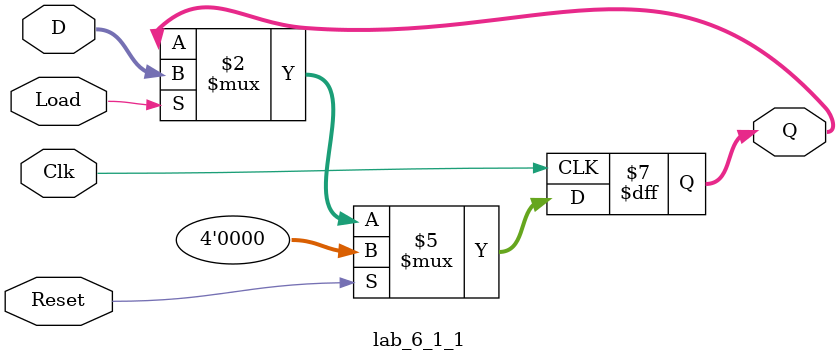
<source format=v>
`timescale 1 ns / 1 ps

module lab_6_1_1(D,Clk,Reset,Load,Q);
    input wire[3:0] D;
    input wire Clk;
    input wire Reset;
    input wire Load;
    output reg[3:0] Q;

    always @(posedge Clk)
        if(Reset)
          begin
            Q <= 4'b0;
          end
        else if(Load)
          begin
              Q <= D;
          end
        
endmodule 
</source>
